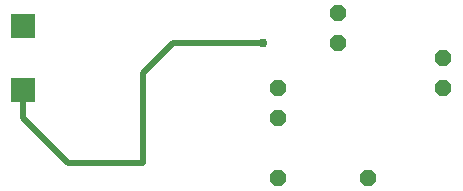
<source format=gbl>
G75*
%MOIN*%
%OFA0B0*%
%FSLAX25Y25*%
%IPPOS*%
%LPD*%
%AMOC8*
5,1,8,0,0,1.08239X$1,22.5*
%
%ADD10OC8,0.05200*%
%ADD11R,0.08268X0.08268*%
%ADD12C,0.02978*%
%ADD13C,0.02000*%
D10*
X0136000Y0016000D03*
X0166000Y0016000D03*
X0136000Y0036000D03*
X0136000Y0046000D03*
X0156000Y0061000D03*
X0156000Y0071000D03*
X0191000Y0056000D03*
X0191000Y0046000D03*
D11*
X0051000Y0045173D03*
X0051000Y0066827D03*
D12*
X0131000Y0061000D03*
D13*
X0066000Y0021000D02*
X0051000Y0036000D01*
X0051000Y0045173D01*
X0091000Y0051000D02*
X0091000Y0021000D01*
X0066000Y0021000D01*
X0091000Y0051000D02*
X0101000Y0061000D01*
X0131000Y0061000D01*
M02*

</source>
